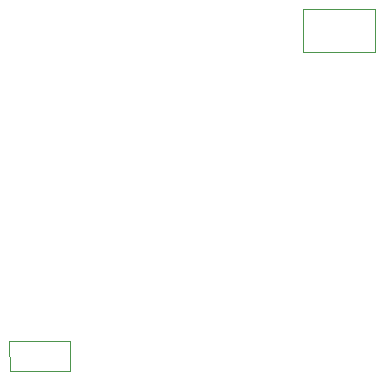
<source format=gbr>
%TF.GenerationSoftware,KiCad,Pcbnew,9.0.0*%
%TF.CreationDate,2025-06-13T13:21:56+01:00*%
%TF.ProjectId,KiCAD_uPicomac3_4,4b694341-445f-4755-9069-636f6d616333,rev?*%
%TF.SameCoordinates,Original*%
%TF.FileFunction,Other,User*%
%FSLAX46Y46*%
G04 Gerber Fmt 4.6, Leading zero omitted, Abs format (unit mm)*
G04 Created by KiCad (PCBNEW 9.0.0) date 2025-06-13 13:21:56*
%MOMM*%
%LPD*%
G01*
G04 APERTURE LIST*
%ADD10C,0.050000*%
G04 APERTURE END LIST*
D10*
%TO.C,J9*%
X128880000Y-49379301D02*
X135030000Y-49379301D01*
X135030000Y-49379301D02*
X135030000Y-52979301D01*
X128880000Y-52979301D02*
X128880000Y-49379301D01*
X135030000Y-52979301D02*
X128880000Y-52979301D01*
%TO.C,J7*%
X104046678Y-77469943D02*
X104049700Y-79992549D01*
X104049700Y-79992549D02*
X109156136Y-79994259D01*
X109156136Y-79994259D02*
X109161914Y-77464050D01*
X109161914Y-77464050D02*
X104046676Y-77468122D01*
%TD*%
M02*

</source>
